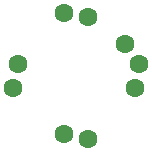
<source format=gtl>
%TF.GenerationSoftware,KiCad,Pcbnew,7.0.5*%
%TF.CreationDate,2023-06-18T14:47:58+02:00*%
%TF.ProjectId,LH_RKJXM1015004_FacePlateTilted,4c485f52-4b4a-4584-9d31-303135303034,rev?*%
%TF.SameCoordinates,Original*%
%TF.FileFunction,Copper,L1,Top*%
%TF.FilePolarity,Positive*%
%FSLAX46Y46*%
G04 Gerber Fmt 4.6, Leading zero omitted, Abs format (unit mm)*
G04 Created by KiCad (PCBNEW 7.0.5) date 2023-06-18 14:47:58*
%MOMM*%
%LPD*%
G01*
G04 APERTURE LIST*
%TA.AperFunction,ComponentPad*%
%ADD10C,1.600000*%
%TD*%
%TA.AperFunction,Conductor*%
%ADD11C,0.500000*%
%TD*%
G04 APERTURE END LIST*
D10*
X56150000Y-54300000D03*
X57350000Y-56000000D03*
X53000000Y-62350000D03*
X46650000Y-58000000D03*
X51000000Y-51650000D03*
X51000000Y-61950000D03*
X47050000Y-56000000D03*
X53000000Y-52050000D03*
X56950000Y-58000000D03*
D11*
X47075000Y-56000000D02*
X46650000Y-56000000D01*
M02*

</source>
